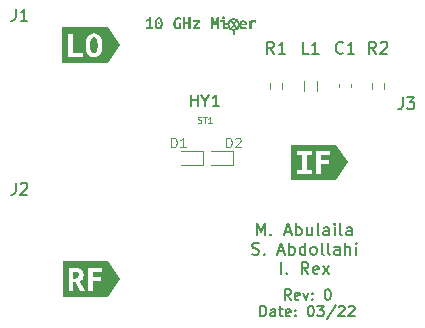
<source format=gbr>
%TF.GenerationSoftware,KiCad,Pcbnew,(6.0.4-0)*%
%TF.CreationDate,2022-03-26T13:10:47-05:00*%
%TF.ProjectId,EE515X_Project_With_Matching,45453531-3558-45f5-9072-6f6a6563745f,rev?*%
%TF.SameCoordinates,Original*%
%TF.FileFunction,Legend,Top*%
%TF.FilePolarity,Positive*%
%FSLAX46Y46*%
G04 Gerber Fmt 4.6, Leading zero omitted, Abs format (unit mm)*
G04 Created by KiCad (PCBNEW (6.0.4-0)) date 2022-03-26 13:10:47*
%MOMM*%
%LPD*%
G01*
G04 APERTURE LIST*
%ADD10C,0.150000*%
%ADD11C,0.203200*%
%ADD12C,0.076200*%
%ADD13C,0.121920*%
%ADD14C,0.120000*%
G04 APERTURE END LIST*
D10*
X98399600Y-93202373D02*
X98399600Y-93573600D01*
X98866573Y-92735400D02*
G75*
G03*
X98866573Y-92735400I-466973J0D01*
G01*
X97932627Y-92710000D02*
X97663000Y-92710000D01*
D11*
X100378380Y-110583859D02*
X100378380Y-109567859D01*
X100717047Y-110293573D01*
X101055714Y-109567859D01*
X101055714Y-110583859D01*
X101539523Y-110487097D02*
X101587904Y-110535478D01*
X101539523Y-110583859D01*
X101491142Y-110535478D01*
X101539523Y-110487097D01*
X101539523Y-110583859D01*
X102749047Y-110293573D02*
X103232857Y-110293573D01*
X102652285Y-110583859D02*
X102990952Y-109567859D01*
X103329619Y-110583859D01*
X103668285Y-110583859D02*
X103668285Y-109567859D01*
X103668285Y-109954906D02*
X103765047Y-109906525D01*
X103958571Y-109906525D01*
X104055333Y-109954906D01*
X104103714Y-110003287D01*
X104152095Y-110100049D01*
X104152095Y-110390335D01*
X104103714Y-110487097D01*
X104055333Y-110535478D01*
X103958571Y-110583859D01*
X103765047Y-110583859D01*
X103668285Y-110535478D01*
X105022952Y-109906525D02*
X105022952Y-110583859D01*
X104587523Y-109906525D02*
X104587523Y-110438716D01*
X104635904Y-110535478D01*
X104732666Y-110583859D01*
X104877809Y-110583859D01*
X104974571Y-110535478D01*
X105022952Y-110487097D01*
X105651904Y-110583859D02*
X105555142Y-110535478D01*
X105506761Y-110438716D01*
X105506761Y-109567859D01*
X106474380Y-110583859D02*
X106474380Y-110051668D01*
X106426000Y-109954906D01*
X106329238Y-109906525D01*
X106135714Y-109906525D01*
X106038952Y-109954906D01*
X106474380Y-110535478D02*
X106377619Y-110583859D01*
X106135714Y-110583859D01*
X106038952Y-110535478D01*
X105990571Y-110438716D01*
X105990571Y-110341954D01*
X106038952Y-110245192D01*
X106135714Y-110196811D01*
X106377619Y-110196811D01*
X106474380Y-110148430D01*
X106958190Y-110583859D02*
X106958190Y-109906525D01*
X106958190Y-109567859D02*
X106909809Y-109616240D01*
X106958190Y-109664620D01*
X107006571Y-109616240D01*
X106958190Y-109567859D01*
X106958190Y-109664620D01*
X107587142Y-110583859D02*
X107490380Y-110535478D01*
X107442000Y-110438716D01*
X107442000Y-109567859D01*
X108409619Y-110583859D02*
X108409619Y-110051668D01*
X108361238Y-109954906D01*
X108264476Y-109906525D01*
X108070952Y-109906525D01*
X107974190Y-109954906D01*
X108409619Y-110535478D02*
X108312857Y-110583859D01*
X108070952Y-110583859D01*
X107974190Y-110535478D01*
X107925809Y-110438716D01*
X107925809Y-110341954D01*
X107974190Y-110245192D01*
X108070952Y-110196811D01*
X108312857Y-110196811D01*
X108409619Y-110148430D01*
X99967142Y-112171238D02*
X100112285Y-112219619D01*
X100354190Y-112219619D01*
X100450952Y-112171238D01*
X100499333Y-112122857D01*
X100547714Y-112026095D01*
X100547714Y-111929333D01*
X100499333Y-111832571D01*
X100450952Y-111784190D01*
X100354190Y-111735809D01*
X100160666Y-111687428D01*
X100063904Y-111639047D01*
X100015523Y-111590666D01*
X99967142Y-111493904D01*
X99967142Y-111397142D01*
X100015523Y-111300380D01*
X100063904Y-111252000D01*
X100160666Y-111203619D01*
X100402571Y-111203619D01*
X100547714Y-111252000D01*
X100983142Y-112122857D02*
X101031523Y-112171238D01*
X100983142Y-112219619D01*
X100934761Y-112171238D01*
X100983142Y-112122857D01*
X100983142Y-112219619D01*
X102192666Y-111929333D02*
X102676476Y-111929333D01*
X102095904Y-112219619D02*
X102434571Y-111203619D01*
X102773238Y-112219619D01*
X103111904Y-112219619D02*
X103111904Y-111203619D01*
X103111904Y-111590666D02*
X103208666Y-111542285D01*
X103402190Y-111542285D01*
X103498952Y-111590666D01*
X103547333Y-111639047D01*
X103595714Y-111735809D01*
X103595714Y-112026095D01*
X103547333Y-112122857D01*
X103498952Y-112171238D01*
X103402190Y-112219619D01*
X103208666Y-112219619D01*
X103111904Y-112171238D01*
X104466571Y-112219619D02*
X104466571Y-111203619D01*
X104466571Y-112171238D02*
X104369809Y-112219619D01*
X104176285Y-112219619D01*
X104079523Y-112171238D01*
X104031142Y-112122857D01*
X103982761Y-112026095D01*
X103982761Y-111735809D01*
X104031142Y-111639047D01*
X104079523Y-111590666D01*
X104176285Y-111542285D01*
X104369809Y-111542285D01*
X104466571Y-111590666D01*
X105095523Y-112219619D02*
X104998761Y-112171238D01*
X104950380Y-112122857D01*
X104902000Y-112026095D01*
X104902000Y-111735809D01*
X104950380Y-111639047D01*
X104998761Y-111590666D01*
X105095523Y-111542285D01*
X105240666Y-111542285D01*
X105337428Y-111590666D01*
X105385809Y-111639047D01*
X105434190Y-111735809D01*
X105434190Y-112026095D01*
X105385809Y-112122857D01*
X105337428Y-112171238D01*
X105240666Y-112219619D01*
X105095523Y-112219619D01*
X106014761Y-112219619D02*
X105918000Y-112171238D01*
X105869619Y-112074476D01*
X105869619Y-111203619D01*
X106546952Y-112219619D02*
X106450190Y-112171238D01*
X106401809Y-112074476D01*
X106401809Y-111203619D01*
X107369428Y-112219619D02*
X107369428Y-111687428D01*
X107321047Y-111590666D01*
X107224285Y-111542285D01*
X107030761Y-111542285D01*
X106934000Y-111590666D01*
X107369428Y-112171238D02*
X107272666Y-112219619D01*
X107030761Y-112219619D01*
X106934000Y-112171238D01*
X106885619Y-112074476D01*
X106885619Y-111977714D01*
X106934000Y-111880952D01*
X107030761Y-111832571D01*
X107272666Y-111832571D01*
X107369428Y-111784190D01*
X107853238Y-112219619D02*
X107853238Y-111203619D01*
X108288666Y-112219619D02*
X108288666Y-111687428D01*
X108240285Y-111590666D01*
X108143523Y-111542285D01*
X107998380Y-111542285D01*
X107901619Y-111590666D01*
X107853238Y-111639047D01*
X108772476Y-112219619D02*
X108772476Y-111542285D01*
X108772476Y-111203619D02*
X108724095Y-111252000D01*
X108772476Y-111300380D01*
X108820857Y-111252000D01*
X108772476Y-111203619D01*
X108772476Y-111300380D01*
X102410380Y-113855379D02*
X102410380Y-112839379D01*
X102894190Y-113758617D02*
X102942571Y-113806998D01*
X102894190Y-113855379D01*
X102845809Y-113806998D01*
X102894190Y-113758617D01*
X102894190Y-113855379D01*
X104732666Y-113855379D02*
X104394000Y-113371569D01*
X104152095Y-113855379D02*
X104152095Y-112839379D01*
X104539142Y-112839379D01*
X104635904Y-112887760D01*
X104684285Y-112936140D01*
X104732666Y-113032902D01*
X104732666Y-113178045D01*
X104684285Y-113274807D01*
X104635904Y-113323188D01*
X104539142Y-113371569D01*
X104152095Y-113371569D01*
X105555142Y-113806998D02*
X105458380Y-113855379D01*
X105264857Y-113855379D01*
X105168095Y-113806998D01*
X105119714Y-113710236D01*
X105119714Y-113323188D01*
X105168095Y-113226426D01*
X105264857Y-113178045D01*
X105458380Y-113178045D01*
X105555142Y-113226426D01*
X105603523Y-113323188D01*
X105603523Y-113419950D01*
X105119714Y-113516712D01*
X105942190Y-113855379D02*
X106474380Y-113178045D01*
X105942190Y-113178045D02*
X106474380Y-113855379D01*
X103229833Y-116018521D02*
X102933500Y-115595188D01*
X102721833Y-116018521D02*
X102721833Y-115129521D01*
X103060500Y-115129521D01*
X103145166Y-115171855D01*
X103187500Y-115214188D01*
X103229833Y-115298855D01*
X103229833Y-115425855D01*
X103187500Y-115510521D01*
X103145166Y-115552855D01*
X103060500Y-115595188D01*
X102721833Y-115595188D01*
X103949500Y-115976188D02*
X103864833Y-116018521D01*
X103695500Y-116018521D01*
X103610833Y-115976188D01*
X103568500Y-115891521D01*
X103568500Y-115552855D01*
X103610833Y-115468188D01*
X103695500Y-115425855D01*
X103864833Y-115425855D01*
X103949500Y-115468188D01*
X103991833Y-115552855D01*
X103991833Y-115637521D01*
X103568500Y-115722188D01*
X104288166Y-115425855D02*
X104499833Y-116018521D01*
X104711500Y-115425855D01*
X105050166Y-115933855D02*
X105092500Y-115976188D01*
X105050166Y-116018521D01*
X105007833Y-115976188D01*
X105050166Y-115933855D01*
X105050166Y-116018521D01*
X105050166Y-115468188D02*
X105092500Y-115510521D01*
X105050166Y-115552855D01*
X105007833Y-115510521D01*
X105050166Y-115468188D01*
X105050166Y-115552855D01*
X106320166Y-115129521D02*
X106404833Y-115129521D01*
X106489500Y-115171855D01*
X106531833Y-115214188D01*
X106574166Y-115298855D01*
X106616500Y-115468188D01*
X106616500Y-115679855D01*
X106574166Y-115849188D01*
X106531833Y-115933855D01*
X106489500Y-115976188D01*
X106404833Y-116018521D01*
X106320166Y-116018521D01*
X106235500Y-115976188D01*
X106193166Y-115933855D01*
X106150833Y-115849188D01*
X106108500Y-115679855D01*
X106108500Y-115468188D01*
X106150833Y-115298855D01*
X106193166Y-115214188D01*
X106235500Y-115171855D01*
X106320166Y-115129521D01*
X100668666Y-117449811D02*
X100668666Y-116560811D01*
X100880333Y-116560811D01*
X101007333Y-116603145D01*
X101092000Y-116687811D01*
X101134333Y-116772478D01*
X101176666Y-116941811D01*
X101176666Y-117068811D01*
X101134333Y-117238145D01*
X101092000Y-117322811D01*
X101007333Y-117407478D01*
X100880333Y-117449811D01*
X100668666Y-117449811D01*
X101938666Y-117449811D02*
X101938666Y-116984145D01*
X101896333Y-116899478D01*
X101811666Y-116857145D01*
X101642333Y-116857145D01*
X101557666Y-116899478D01*
X101938666Y-117407478D02*
X101854000Y-117449811D01*
X101642333Y-117449811D01*
X101557666Y-117407478D01*
X101515333Y-117322811D01*
X101515333Y-117238145D01*
X101557666Y-117153478D01*
X101642333Y-117111145D01*
X101854000Y-117111145D01*
X101938666Y-117068811D01*
X102235000Y-116857145D02*
X102573666Y-116857145D01*
X102362000Y-116560811D02*
X102362000Y-117322811D01*
X102404333Y-117407478D01*
X102489000Y-117449811D01*
X102573666Y-117449811D01*
X103208666Y-117407478D02*
X103124000Y-117449811D01*
X102954666Y-117449811D01*
X102870000Y-117407478D01*
X102827666Y-117322811D01*
X102827666Y-116984145D01*
X102870000Y-116899478D01*
X102954666Y-116857145D01*
X103124000Y-116857145D01*
X103208666Y-116899478D01*
X103251000Y-116984145D01*
X103251000Y-117068811D01*
X102827666Y-117153478D01*
X103632000Y-117365145D02*
X103674333Y-117407478D01*
X103632000Y-117449811D01*
X103589666Y-117407478D01*
X103632000Y-117365145D01*
X103632000Y-117449811D01*
X103632000Y-116899478D02*
X103674333Y-116941811D01*
X103632000Y-116984145D01*
X103589666Y-116941811D01*
X103632000Y-116899478D01*
X103632000Y-116984145D01*
X104902000Y-116560811D02*
X104986666Y-116560811D01*
X105071333Y-116603145D01*
X105113666Y-116645478D01*
X105156000Y-116730145D01*
X105198333Y-116899478D01*
X105198333Y-117111145D01*
X105156000Y-117280478D01*
X105113666Y-117365145D01*
X105071333Y-117407478D01*
X104986666Y-117449811D01*
X104902000Y-117449811D01*
X104817333Y-117407478D01*
X104775000Y-117365145D01*
X104732666Y-117280478D01*
X104690333Y-117111145D01*
X104690333Y-116899478D01*
X104732666Y-116730145D01*
X104775000Y-116645478D01*
X104817333Y-116603145D01*
X104902000Y-116560811D01*
X105494666Y-116560811D02*
X106045000Y-116560811D01*
X105748666Y-116899478D01*
X105875666Y-116899478D01*
X105960333Y-116941811D01*
X106002666Y-116984145D01*
X106045000Y-117068811D01*
X106045000Y-117280478D01*
X106002666Y-117365145D01*
X105960333Y-117407478D01*
X105875666Y-117449811D01*
X105621666Y-117449811D01*
X105537000Y-117407478D01*
X105494666Y-117365145D01*
X107061000Y-116518478D02*
X106299000Y-117661478D01*
X107315000Y-116645478D02*
X107357333Y-116603145D01*
X107442000Y-116560811D01*
X107653666Y-116560811D01*
X107738333Y-116603145D01*
X107780666Y-116645478D01*
X107823000Y-116730145D01*
X107823000Y-116814811D01*
X107780666Y-116941811D01*
X107272666Y-117449811D01*
X107823000Y-117449811D01*
X108161666Y-116645478D02*
X108204000Y-116603145D01*
X108288666Y-116560811D01*
X108500333Y-116560811D01*
X108585000Y-116603145D01*
X108627333Y-116645478D01*
X108669666Y-116730145D01*
X108669666Y-116814811D01*
X108627333Y-116941811D01*
X108119333Y-117449811D01*
X108669666Y-117449811D01*
D10*
%TO.C,J2*%
X79930666Y-106132380D02*
X79930666Y-106846666D01*
X79883047Y-106989523D01*
X79787809Y-107084761D01*
X79644952Y-107132380D01*
X79549714Y-107132380D01*
X80359238Y-106227619D02*
X80406857Y-106180000D01*
X80502095Y-106132380D01*
X80740190Y-106132380D01*
X80835428Y-106180000D01*
X80883047Y-106227619D01*
X80930666Y-106322857D01*
X80930666Y-106418095D01*
X80883047Y-106560952D01*
X80311619Y-107132380D01*
X80930666Y-107132380D01*
%TO.C,J1*%
X79930666Y-91400380D02*
X79930666Y-92114666D01*
X79883047Y-92257523D01*
X79787809Y-92352761D01*
X79644952Y-92400380D01*
X79549714Y-92400380D01*
X80930666Y-92400380D02*
X80359238Y-92400380D01*
X80644952Y-92400380D02*
X80644952Y-91400380D01*
X80549714Y-91543238D01*
X80454476Y-91638476D01*
X80359238Y-91686095D01*
%TO.C,J3*%
X112696678Y-98893380D02*
X112696678Y-99607666D01*
X112649059Y-99750523D01*
X112553821Y-99845761D01*
X112410964Y-99893380D01*
X112315726Y-99893380D01*
X113077631Y-98893380D02*
X113696678Y-98893380D01*
X113363345Y-99274333D01*
X113506202Y-99274333D01*
X113601440Y-99321952D01*
X113649059Y-99369571D01*
X113696678Y-99464809D01*
X113696678Y-99702904D01*
X113649059Y-99798142D01*
X113601440Y-99845761D01*
X113506202Y-99893380D01*
X113220488Y-99893380D01*
X113125250Y-99845761D01*
X113077631Y-99798142D01*
D12*
%TO.C,ST1*%
X95380628Y-101035619D02*
X95453200Y-101059809D01*
X95574152Y-101059809D01*
X95622533Y-101035619D01*
X95646723Y-101011428D01*
X95670914Y-100963047D01*
X95670914Y-100914666D01*
X95646723Y-100866285D01*
X95622533Y-100842095D01*
X95574152Y-100817904D01*
X95477390Y-100793714D01*
X95429009Y-100769523D01*
X95404819Y-100745333D01*
X95380628Y-100696952D01*
X95380628Y-100648571D01*
X95404819Y-100600190D01*
X95429009Y-100576000D01*
X95477390Y-100551809D01*
X95598342Y-100551809D01*
X95670914Y-100576000D01*
X95816057Y-100551809D02*
X96106342Y-100551809D01*
X95961200Y-101059809D02*
X95961200Y-100551809D01*
X96541771Y-101059809D02*
X96251485Y-101059809D01*
X96396628Y-101059809D02*
X96396628Y-100551809D01*
X96348247Y-100624380D01*
X96299866Y-100672761D01*
X96251485Y-100696952D01*
D10*
%TO.C,C1*%
X107661001Y-95099142D02*
X107613382Y-95146761D01*
X107470525Y-95194380D01*
X107375287Y-95194380D01*
X107232429Y-95146761D01*
X107137191Y-95051523D01*
X107089572Y-94956285D01*
X107041953Y-94765809D01*
X107041953Y-94622952D01*
X107089572Y-94432476D01*
X107137191Y-94337238D01*
X107232429Y-94242000D01*
X107375287Y-94194380D01*
X107470525Y-94194380D01*
X107613382Y-94242000D01*
X107661001Y-94289619D01*
X108613382Y-95194380D02*
X108041953Y-95194380D01*
X108327668Y-95194380D02*
X108327668Y-94194380D01*
X108232429Y-94337238D01*
X108137191Y-94432476D01*
X108041953Y-94480095D01*
D13*
%TO.C,D2*%
X97760077Y-103127688D02*
X97760077Y-102314888D01*
X97953601Y-102314888D01*
X98069715Y-102353593D01*
X98147124Y-102431002D01*
X98185829Y-102508412D01*
X98224534Y-102663231D01*
X98224534Y-102779345D01*
X98185829Y-102934164D01*
X98147124Y-103011573D01*
X98069715Y-103088983D01*
X97953601Y-103127688D01*
X97760077Y-103127688D01*
X98534172Y-102392297D02*
X98572877Y-102353593D01*
X98650286Y-102314888D01*
X98843810Y-102314888D01*
X98921220Y-102353593D01*
X98959924Y-102392297D01*
X98998629Y-102469707D01*
X98998629Y-102547116D01*
X98959924Y-102663231D01*
X98495467Y-103127688D01*
X98998629Y-103127688D01*
D10*
%TO.C,HY1*%
X94770723Y-99664780D02*
X94770723Y-98664780D01*
X94770723Y-99140971D02*
X95342152Y-99140971D01*
X95342152Y-99664780D02*
X95342152Y-98664780D01*
X96008819Y-99188590D02*
X96008819Y-99664780D01*
X95675485Y-98664780D02*
X96008819Y-99188590D01*
X96342152Y-98664780D01*
X97199295Y-99664780D02*
X96627866Y-99664780D01*
X96913580Y-99664780D02*
X96913580Y-98664780D01*
X96818342Y-98807638D01*
X96723104Y-98902876D01*
X96627866Y-98950495D01*
%TO.C,R1*%
X101819001Y-95194380D02*
X101485668Y-94718190D01*
X101247572Y-95194380D02*
X101247572Y-94194380D01*
X101628525Y-94194380D01*
X101723763Y-94242000D01*
X101771382Y-94289619D01*
X101819001Y-94384857D01*
X101819001Y-94527714D01*
X101771382Y-94622952D01*
X101723763Y-94670571D01*
X101628525Y-94718190D01*
X101247572Y-94718190D01*
X102771382Y-95194380D02*
X102199953Y-95194380D01*
X102485668Y-95194380D02*
X102485668Y-94194380D01*
X102390429Y-94337238D01*
X102295191Y-94432476D01*
X102199953Y-94480095D01*
%TO.C,R2*%
X110455001Y-95194380D02*
X110121668Y-94718190D01*
X109883572Y-95194380D02*
X109883572Y-94194380D01*
X110264525Y-94194380D01*
X110359763Y-94242000D01*
X110407382Y-94289619D01*
X110455001Y-94384857D01*
X110455001Y-94527714D01*
X110407382Y-94622952D01*
X110359763Y-94670571D01*
X110264525Y-94718190D01*
X109883572Y-94718190D01*
X110835953Y-94289619D02*
X110883572Y-94242000D01*
X110978810Y-94194380D01*
X111216906Y-94194380D01*
X111312144Y-94242000D01*
X111359763Y-94289619D01*
X111407382Y-94384857D01*
X111407382Y-94480095D01*
X111359763Y-94622952D01*
X110788334Y-95194380D01*
X111407382Y-95194380D01*
D13*
%TO.C,D1*%
X93110074Y-103127688D02*
X93110074Y-102314888D01*
X93303598Y-102314888D01*
X93419712Y-102353593D01*
X93497121Y-102431002D01*
X93535826Y-102508412D01*
X93574531Y-102663231D01*
X93574531Y-102779345D01*
X93535826Y-102934164D01*
X93497121Y-103011573D01*
X93419712Y-103088983D01*
X93303598Y-103127688D01*
X93110074Y-103127688D01*
X94348626Y-103127688D02*
X93884169Y-103127688D01*
X94116398Y-103127688D02*
X94116398Y-102314888D01*
X94038988Y-102431002D01*
X93961578Y-102508412D01*
X93884169Y-102547116D01*
D10*
%TO.C,L1*%
X104740001Y-95194380D02*
X104263810Y-95194380D01*
X104263810Y-94194380D01*
X105597144Y-95194380D02*
X105025715Y-95194380D01*
X105311429Y-95194380D02*
X105311429Y-94194380D01*
X105216191Y-94337238D01*
X105120953Y-94432476D01*
X105025715Y-94480095D01*
%TO.C,kibuzzard-623945C3*%
G36*
X92373053Y-92848906D02*
G01*
X92345768Y-92937409D01*
X92307569Y-93009244D01*
X92240541Y-93079799D01*
X92155874Y-93122133D01*
X92053569Y-93136244D01*
X91951263Y-93122133D01*
X91866597Y-93079799D01*
X91799569Y-93009244D01*
X91761370Y-92937409D01*
X91734084Y-92848906D01*
X91717713Y-92743734D01*
X91712256Y-92621894D01*
X91888469Y-92621894D01*
X91893231Y-92726051D01*
X91907519Y-92812041D01*
X91931331Y-92879863D01*
X91983322Y-92945942D01*
X92053569Y-92967969D01*
X92124808Y-92945942D01*
X92176600Y-92879863D01*
X92199972Y-92812041D01*
X92213994Y-92726051D01*
X92218669Y-92621894D01*
X92213994Y-92518618D01*
X92199972Y-92433158D01*
X92176600Y-92365512D01*
X92124808Y-92299433D01*
X92053569Y-92277406D01*
X91983322Y-92299433D01*
X91931331Y-92365512D01*
X91907519Y-92433158D01*
X91893231Y-92518618D01*
X91888469Y-92621894D01*
X91712256Y-92621894D01*
X91717812Y-92501442D01*
X91734481Y-92397262D01*
X91762262Y-92309355D01*
X91801156Y-92237719D01*
X91868713Y-92167163D01*
X91952851Y-92124830D01*
X92053569Y-92110719D01*
X92155874Y-92124742D01*
X92240541Y-92166810D01*
X92307569Y-92236925D01*
X92345768Y-92308313D01*
X92373053Y-92396270D01*
X92389424Y-92500797D01*
X92394881Y-92621894D01*
X92389424Y-92743734D01*
X92373053Y-92848906D01*
G37*
G36*
X97627281Y-92063094D02*
G01*
X97663794Y-92155169D01*
X97627281Y-92245656D01*
X97539969Y-92278994D01*
X97453450Y-92245656D01*
X97417731Y-92155169D01*
X97453450Y-92063094D01*
X97539969Y-92029756D01*
X97627281Y-92063094D01*
G37*
G36*
X100131563Y-92356781D02*
G01*
X100194269Y-92362337D01*
X100261738Y-92371862D01*
X100322856Y-92386944D01*
X100287931Y-92567919D01*
X100242688Y-92558394D01*
X100189506Y-92549662D01*
X100137119Y-92544106D01*
X100094256Y-92542519D01*
X100013294Y-92546487D01*
X99932331Y-92561569D01*
X99932331Y-93115606D01*
X99735481Y-93115606D01*
X99735481Y-92418694D01*
X99814261Y-92392897D01*
X99895025Y-92372656D01*
X99983727Y-92359559D01*
X100086319Y-92355194D01*
X100131563Y-92356781D01*
G37*
G36*
X96702563Y-92218669D02*
G01*
X96738281Y-92331381D01*
X96776381Y-92453619D01*
X96812894Y-92567919D01*
X96852581Y-92446475D01*
X96892269Y-92325825D01*
X96927194Y-92217081D01*
X96955769Y-92132944D01*
X97117694Y-92132944D01*
X97128608Y-92259944D01*
X97139125Y-92383769D01*
X97148650Y-92505411D01*
X97156588Y-92625863D01*
X97163136Y-92746116D01*
X97168494Y-92867163D01*
X97172859Y-92989995D01*
X97176431Y-93115606D01*
X96997044Y-93115606D01*
X97006569Y-92352019D01*
X96885919Y-92767944D01*
X96743044Y-92767944D01*
X96627156Y-92352019D01*
X96635094Y-93115606D01*
X96455706Y-93115606D01*
X96460667Y-92992575D01*
X96466025Y-92864781D01*
X96471780Y-92735003D01*
X96477931Y-92606019D01*
X96484877Y-92479416D01*
X96493013Y-92356781D01*
X96502339Y-92240497D01*
X96512856Y-92132944D01*
X96674781Y-92132944D01*
X96702563Y-92218669D01*
G37*
G36*
X93814900Y-92119450D02*
G01*
X93893481Y-92139294D01*
X93948250Y-92163106D01*
X93980794Y-92182156D01*
X93929994Y-92337731D01*
X93844269Y-92298044D01*
X93739494Y-92280581D01*
X93622019Y-92305981D01*
X93543437Y-92376625D01*
X93498987Y-92484575D01*
X93488867Y-92550655D01*
X93485494Y-92623481D01*
X93491667Y-92730638D01*
X93510188Y-92817156D01*
X93541056Y-92883038D01*
X93609716Y-92945545D01*
X93704569Y-92966381D01*
X93742669Y-92964794D01*
X93780769Y-92960031D01*
X93780769Y-92601256D01*
X93976031Y-92601256D01*
X93976031Y-93091794D01*
X93867287Y-93120369D01*
X93785730Y-93132275D01*
X93688694Y-93136244D01*
X93601183Y-93128108D01*
X93522800Y-93103700D01*
X93454339Y-93063219D01*
X93396594Y-93006863D01*
X93350159Y-92934631D01*
X93315631Y-92846525D01*
X93294200Y-92742742D01*
X93287056Y-92623481D01*
X93295391Y-92505411D01*
X93320394Y-92402025D01*
X93359684Y-92313720D01*
X93410881Y-92240894D01*
X93473191Y-92183942D01*
X93545819Y-92143262D01*
X93626384Y-92118855D01*
X93712506Y-92110719D01*
X93814900Y-92119450D01*
G37*
G36*
X92117862Y-92531406D02*
G01*
X92142469Y-92606019D01*
X92117862Y-92679838D01*
X92055156Y-92710794D01*
X91990069Y-92679838D01*
X91966256Y-92606019D01*
X91990069Y-92531406D01*
X92055156Y-92499656D01*
X92117862Y-92531406D01*
G37*
G36*
X95507969Y-92512356D02*
G01*
X95444469Y-92587763D01*
X95401408Y-92640745D01*
X95354775Y-92699681D01*
X95306356Y-92762983D01*
X95257937Y-92829063D01*
X95212098Y-92893952D01*
X95171419Y-92953681D01*
X95523844Y-92953681D01*
X95523844Y-93115606D01*
X94938056Y-93115606D01*
X94938056Y-92996544D01*
X94976156Y-92935425D01*
X95017431Y-92872719D01*
X95060294Y-92809814D01*
X95103156Y-92748100D01*
X95145622Y-92688370D01*
X95187294Y-92631419D01*
X95261906Y-92531406D01*
X94953931Y-92531406D01*
X94953931Y-92369481D01*
X95507969Y-92369481D01*
X95507969Y-92512356D01*
G37*
G36*
X91396344Y-92953681D02*
G01*
X91591606Y-92953681D01*
X91591606Y-93115606D01*
X90994706Y-93115606D01*
X90994706Y-92953681D01*
X91201081Y-92953681D01*
X91201081Y-92404406D01*
X91099481Y-92460762D01*
X91002644Y-92499656D01*
X90939144Y-92337731D01*
X91021694Y-92301219D01*
X91110594Y-92252006D01*
X91194731Y-92194856D01*
X91262994Y-92132944D01*
X91396344Y-92132944D01*
X91396344Y-92953681D01*
G37*
G36*
X98409919Y-92602844D02*
G01*
X98562319Y-92369481D01*
X98760756Y-92369481D01*
X98519456Y-92728256D01*
X98594069Y-92825888D01*
X98663919Y-92929869D01*
X98724244Y-93029881D01*
X98770281Y-93115606D01*
X98567081Y-93115606D01*
X98524219Y-93039009D01*
X98481356Y-92971144D01*
X98439684Y-92910819D01*
X98400394Y-92856844D01*
X98355150Y-92919550D01*
X98314669Y-92980669D01*
X98276172Y-93044566D01*
X98236881Y-93115606D01*
X98038444Y-93115606D01*
X98093213Y-93022738D01*
X98158300Y-92924313D01*
X98229738Y-92825094D01*
X98301969Y-92731431D01*
X98040031Y-92369481D01*
X98244819Y-92369481D01*
X98409919Y-92602844D01*
G37*
G36*
X98879819Y-92575856D02*
G01*
X98914744Y-92507395D01*
X98959194Y-92451237D01*
X99011978Y-92407383D01*
X99071906Y-92375831D01*
X99136200Y-92356781D01*
X99202081Y-92350431D01*
X99303328Y-92361279D01*
X99386937Y-92393823D01*
X99452906Y-92448062D01*
X99500531Y-92523116D01*
X99529106Y-92618101D01*
X99538631Y-92733019D01*
X99537838Y-92772706D01*
X99535456Y-92806044D01*
X99051269Y-92806044D01*
X99066350Y-92871330D01*
X99111594Y-92921138D01*
X99180650Y-92952689D01*
X99267169Y-92963206D01*
X99379088Y-92950506D01*
X99468781Y-92925106D01*
X99495769Y-93091794D01*
X99387819Y-93121163D01*
X99259231Y-93133069D01*
X99168942Y-93126917D01*
X99088575Y-93108463D01*
X99018725Y-93077903D01*
X98959988Y-93035438D01*
X98912958Y-92981264D01*
X98878231Y-92915581D01*
X98856800Y-92838191D01*
X98849656Y-92748894D01*
X98856000Y-92671106D01*
X99051269Y-92671106D01*
X99349719Y-92671106D01*
X99341781Y-92613163D01*
X99316381Y-92563156D01*
X99271931Y-92527437D01*
X99205256Y-92513944D01*
X99139375Y-92526644D01*
X99093338Y-92561569D01*
X99064763Y-92612369D01*
X99051269Y-92671106D01*
X98856000Y-92671106D01*
X98857197Y-92656422D01*
X98879819Y-92575856D01*
G37*
G36*
X97671731Y-92831444D02*
G01*
X97696338Y-92930663D01*
X97778094Y-92963206D01*
X97843181Y-92956063D01*
X97928906Y-92926694D01*
X97954306Y-93083856D01*
X97840800Y-93122750D01*
X97743169Y-93133069D01*
X97673120Y-93127513D01*
X97615375Y-93110844D01*
X97532825Y-93046550D01*
X97489169Y-92944156D01*
X97479644Y-92879466D01*
X97476469Y-92806044D01*
X97476469Y-92531406D01*
X97270094Y-92531406D01*
X97270094Y-92369481D01*
X97671731Y-92369481D01*
X97671731Y-92831444D01*
G37*
G36*
X94304644Y-92520294D02*
G01*
X94564994Y-92520294D01*
X94564994Y-92132944D01*
X94760256Y-92132944D01*
X94760256Y-93115606D01*
X94564994Y-93115606D01*
X94564994Y-92682219D01*
X94304644Y-92682219D01*
X94304644Y-93115606D01*
X94109381Y-93115606D01*
X94109381Y-92132944D01*
X94304644Y-92132944D01*
X94304644Y-92520294D01*
G37*
D14*
%TO.C,C1*%
X108333000Y-98057580D02*
X108333000Y-97776420D01*
X107313000Y-98057580D02*
X107313000Y-97776420D01*
%TO.C,D2*%
X96518500Y-104630000D02*
X98368500Y-104630000D01*
X98368500Y-104630000D02*
X98368500Y-103430000D01*
X96518500Y-103430000D02*
X98368500Y-103430000D01*
%TO.C,kibuzzard-623F2807*%
G36*
X85096659Y-113664206D02*
G01*
X85206990Y-113718975D01*
X85278427Y-113812637D01*
X85302240Y-113947575D01*
X85213340Y-114168237D01*
X85096659Y-114226578D01*
X84924415Y-114246025D01*
X84838690Y-114246025D01*
X84838690Y-113655475D01*
X84902190Y-113647537D01*
X84956165Y-113645950D01*
X85096659Y-113664206D01*
G37*
G36*
X88784465Y-114300000D02*
G01*
X87780195Y-115806405D01*
X83935535Y-115806405D01*
X83935535Y-115293775D01*
X84448165Y-115293775D01*
X84838690Y-115293775D01*
X84838690Y-114569875D01*
X85041890Y-114569875D01*
X85149443Y-114749659D01*
X85249852Y-114927063D01*
X85340737Y-115106847D01*
X85419715Y-115293775D01*
X85829290Y-115293775D01*
X86064240Y-115293775D01*
X86454765Y-115293775D01*
X86454765Y-114452400D01*
X87165965Y-114452400D01*
X87165965Y-114128550D01*
X86454765Y-114128550D01*
X86454765Y-113652300D01*
X87267565Y-113652300D01*
X87267565Y-113328450D01*
X86064240Y-113328450D01*
X86064240Y-115293775D01*
X85829290Y-115293775D01*
X85738802Y-115085813D01*
X85629265Y-114866738D01*
X85511790Y-114657188D01*
X85397490Y-114474625D01*
X85536396Y-114384931D01*
X85629265Y-114261900D01*
X85681652Y-114114262D01*
X85699115Y-113950750D01*
X85686018Y-113796366D01*
X85646727Y-113663412D01*
X85495915Y-113461800D01*
X85387965Y-113392744D01*
X85260965Y-113344325D01*
X85116502Y-113315750D01*
X84956165Y-113306225D01*
X84845040Y-113309400D01*
X84711690Y-113317337D01*
X84573577Y-113333212D01*
X84448165Y-113357025D01*
X84448165Y-115293775D01*
X83935535Y-115293775D01*
X83935535Y-112793595D01*
X87780195Y-112793595D01*
X88784465Y-114300000D01*
G37*
%TO.C,kibuzzard-62394568*%
G36*
X108084761Y-104394000D02*
G01*
X107087899Y-105889293D01*
X103243239Y-105889293D01*
X103243239Y-103735187D01*
X103755869Y-103735187D01*
X104184494Y-103735187D01*
X104184494Y-105052813D01*
X103755869Y-105052813D01*
X103755869Y-105376663D01*
X105003644Y-105376663D01*
X105371944Y-105376663D01*
X105762469Y-105376663D01*
X105762469Y-104535288D01*
X106473669Y-104535288D01*
X106473669Y-104211437D01*
X105762469Y-104211437D01*
X105762469Y-103735187D01*
X106575269Y-103735187D01*
X106575269Y-103411337D01*
X105371944Y-103411337D01*
X105371944Y-105376663D01*
X105003644Y-105376663D01*
X105003644Y-105052813D01*
X104578194Y-105052813D01*
X104578194Y-103735187D01*
X105003644Y-103735187D01*
X105003644Y-103411337D01*
X103755869Y-103411337D01*
X103755869Y-103735187D01*
X103243239Y-103735187D01*
X103243239Y-102898707D01*
X107087899Y-102898707D01*
X108084761Y-104394000D01*
G37*
%TO.C,R1*%
X101463168Y-97679742D02*
X101463168Y-98154258D01*
X102508168Y-97679742D02*
X102508168Y-98154258D01*
%TO.C,R2*%
X111144168Y-97679742D02*
X111144168Y-98154258D01*
X110099168Y-97679742D02*
X110099168Y-98154258D01*
%TO.C,D1*%
X93978500Y-104630000D02*
X95828500Y-104630000D01*
X93978500Y-103430000D02*
X95828500Y-103430000D01*
X95828500Y-104630000D02*
X95828500Y-103430000D01*
%TO.C,L1*%
X104344334Y-97517378D02*
X104344334Y-98316622D01*
X105464334Y-97517378D02*
X105464334Y-98316622D01*
%TO.C,kibuzzard-623F27F5*%
G36*
X88817274Y-94488000D02*
G01*
X87791837Y-96026155D01*
X83902726Y-96026155D01*
X83902726Y-95472250D01*
X84415357Y-95472250D01*
X85650432Y-95472250D01*
X85650432Y-95148400D01*
X84809057Y-95148400D01*
X84809057Y-94488000D01*
X85863157Y-94488000D01*
X85874567Y-94726423D01*
X85908797Y-94933691D01*
X85965848Y-95109804D01*
X86045719Y-95254763D01*
X86185595Y-95398519D01*
X86361808Y-95484774D01*
X86574357Y-95513525D01*
X86781790Y-95484774D01*
X86955357Y-95398519D01*
X87095057Y-95254763D01*
X87175622Y-95109804D01*
X87233169Y-94933691D01*
X87267697Y-94726423D01*
X87279207Y-94488000D01*
X87267896Y-94249577D01*
X87233963Y-94042309D01*
X87177408Y-93866196D01*
X87098232Y-93721237D01*
X86959237Y-93577481D01*
X86783554Y-93491226D01*
X86571182Y-93462475D01*
X86365159Y-93491226D01*
X86191593Y-93577481D01*
X86050482Y-93721237D01*
X85968527Y-93866196D01*
X85909988Y-94042309D01*
X85874864Y-94249577D01*
X85863157Y-94488000D01*
X84809057Y-94488000D01*
X84809057Y-93506925D01*
X84415357Y-93506925D01*
X84415357Y-95472250D01*
X83902726Y-95472250D01*
X83902726Y-92949845D01*
X87791837Y-92949845D01*
X88817274Y-94488000D01*
G37*
G36*
X86733107Y-93856175D02*
G01*
X86826769Y-94002225D01*
X86871219Y-94219712D01*
X86879553Y-94349491D01*
X86882332Y-94488000D01*
X86879553Y-94626113D01*
X86871219Y-94754700D01*
X86826769Y-94972188D01*
X86731519Y-95119825D01*
X86571182Y-95173800D01*
X86409257Y-95119825D01*
X86315594Y-94973775D01*
X86271144Y-94756288D01*
X86262810Y-94626509D01*
X86260032Y-94488000D01*
X86262810Y-94349887D01*
X86271144Y-94221300D01*
X86315594Y-94003812D01*
X86409257Y-93856175D01*
X86571182Y-93802200D01*
X86733107Y-93856175D01*
G37*
%TD*%
M02*

</source>
